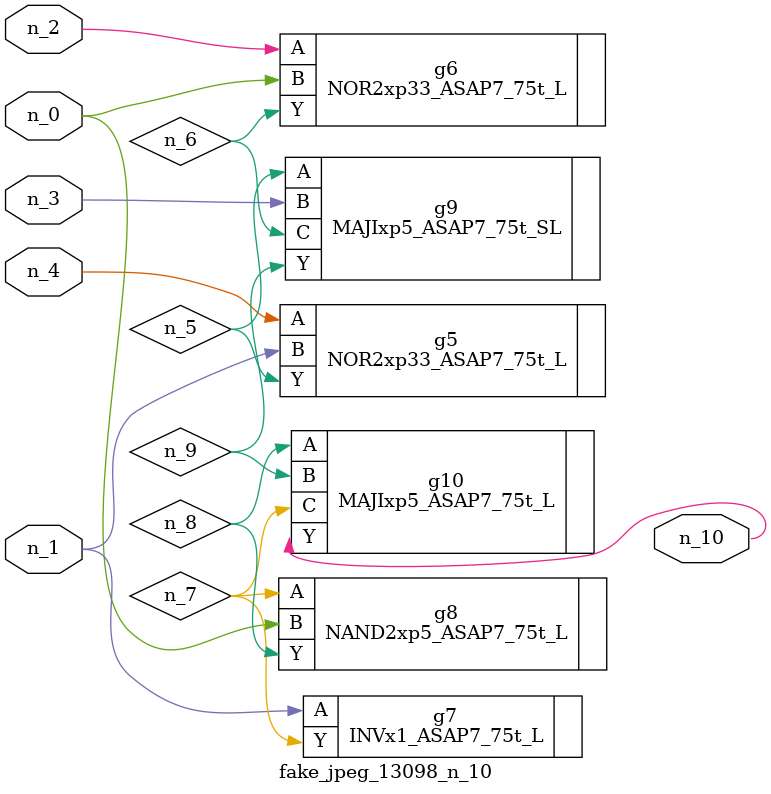
<source format=v>
module fake_jpeg_13098_n_10 (n_3, n_2, n_1, n_0, n_4, n_10);

input n_3;
input n_2;
input n_1;
input n_0;
input n_4;

output n_10;

wire n_8;
wire n_9;
wire n_6;
wire n_5;
wire n_7;

NOR2xp33_ASAP7_75t_L g5 ( 
.A(n_4),
.B(n_1),
.Y(n_5)
);

NOR2xp33_ASAP7_75t_L g6 ( 
.A(n_2),
.B(n_0),
.Y(n_6)
);

INVx1_ASAP7_75t_L g7 ( 
.A(n_1),
.Y(n_7)
);

NAND2xp5_ASAP7_75t_L g8 ( 
.A(n_7),
.B(n_0),
.Y(n_8)
);

MAJIxp5_ASAP7_75t_L g10 ( 
.A(n_8),
.B(n_9),
.C(n_7),
.Y(n_10)
);

MAJIxp5_ASAP7_75t_SL g9 ( 
.A(n_5),
.B(n_3),
.C(n_6),
.Y(n_9)
);


endmodule
</source>
